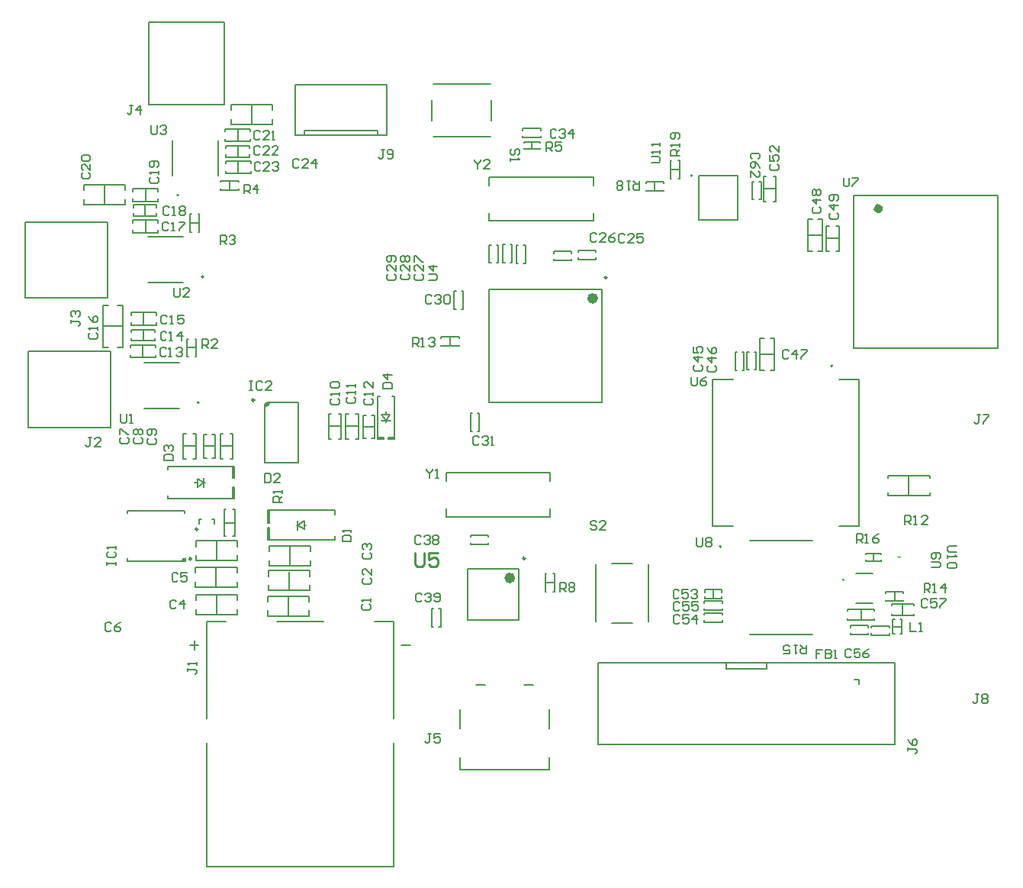
<source format=gto>
G04*
G04 #@! TF.GenerationSoftware,Altium Limited,Altium Designer,24.10.1 (45)*
G04*
G04 Layer_Color=65535*
%FSLAX25Y25*%
%MOIN*%
G70*
G04*
G04 #@! TF.SameCoordinates,5AC42D03-02A1-48EB-AEC6-02F924EB4CEF*
G04*
G04*
G04 #@! TF.FilePolarity,Positive*
G04*
G01*
G75*
%ADD10C,0.00984*%
%ADD11C,0.02362*%
%ADD12C,0.00000*%
%ADD13C,0.00600*%
%ADD14C,0.00787*%
%ADD15C,0.03200*%
%ADD16C,0.00591*%
%ADD17C,0.00800*%
%ADD18C,0.00500*%
%ADD19C,0.01000*%
%ADD20C,0.00602*%
G36*
X56595Y88760D02*
X55020D01*
Y89153D01*
X56201Y90335D01*
X56595D01*
X56595Y88760D01*
D02*
G37*
G36*
X92027Y157973D02*
X93209Y158268D01*
Y157677D01*
X92027Y156496D01*
X91240D01*
X92027Y157973D01*
D02*
G37*
D10*
X204921Y90158D02*
G03*
X204921Y90158I-492J0D01*
G01*
X240650Y212697D02*
G03*
X240650Y212697I-492J0D01*
G01*
X86614Y159252D02*
G03*
X86614Y159252I-492J0D01*
G01*
X61910Y102854D02*
G03*
X61910Y102854I-492J0D01*
G01*
X59055Y89941D02*
G03*
X59055Y89941I-492J0D01*
G01*
D11*
X199409Y81595D02*
G03*
X199409Y81595I-1181J0D01*
G01*
X235630Y203642D02*
G03*
X235630Y203642I-1181J0D01*
G01*
D12*
X278059Y257283D02*
G03*
X278059Y257283I-500J0D01*
G01*
D13*
X339298Y174120D02*
G03*
X339298Y174120I-400J0D01*
G01*
X344250Y80767D02*
G03*
X343650Y80767I-300J0D01*
G01*
D02*
G03*
X344250Y80767I300J0D01*
G01*
X368718Y90699D02*
G03*
X367718Y90708I-510J-1093D01*
G01*
X286898Y104220D02*
Y168220D01*
Y104220D02*
X295738D01*
X350898D02*
Y168220D01*
X342058D02*
X350898D01*
X286898D02*
X295738D01*
X342058Y104220D02*
X350898D01*
X349350Y83667D02*
X356950D01*
X349350Y70467D02*
X356950D01*
D14*
X290650Y95276D02*
G03*
X290650Y95276I-394J0D01*
G01*
X91437Y156496D02*
G03*
X93209Y158268I0J1772D01*
G01*
X62480Y158150D02*
G03*
X62480Y158150I-394J0D01*
G01*
X64350Y213071D02*
G03*
X64350Y213071I-394J0D01*
G01*
X53622Y248740D02*
G03*
X53622Y248740I-394J0D01*
G01*
X56595Y90335D02*
G03*
X55020Y88760I0J-1575D01*
G01*
X179724Y85532D02*
X202165D01*
X179724Y63090D02*
X202165D01*
Y85532D01*
X179724Y63090D02*
Y85532D01*
X381693Y117717D02*
Y118898D01*
X363583Y117717D02*
X381693D01*
X363583D02*
Y118898D01*
Y125197D02*
Y126378D01*
X381693D01*
Y125197D02*
Y126378D01*
X372638Y117717D02*
Y126378D01*
X215846Y123819D02*
Y127461D01*
Y108366D02*
Y112008D01*
X170374Y108366D02*
Y112008D01*
Y123819D02*
Y127461D01*
Y108366D02*
X215846D01*
X170374Y127461D02*
X215846D01*
X189173Y158366D02*
Y207579D01*
X238386Y158366D02*
Y207579D01*
X189173Y158366D02*
X238386D01*
X189173Y207579D02*
X238386D01*
X236792Y8739D02*
Y44566D01*
Y8739D02*
X366319D01*
Y44566D01*
X236792D02*
X366319D01*
X350768Y35118D02*
Y37087D01*
X348799D02*
X350768D01*
X310413Y42008D02*
Y44566D01*
X292697Y42008D02*
X310413D01*
X292697D02*
Y44566D01*
X92126Y158268D02*
X105807D01*
X91240Y157382D02*
X92126Y158268D01*
X91240Y131890D02*
Y157382D01*
Y156496D02*
X91437D01*
X91240Y131890D02*
X105807D01*
Y158268D01*
X164764Y297228D02*
X189764D01*
X190264Y281228D02*
Y290228D01*
X164264Y281228D02*
Y290228D01*
X164764Y274228D02*
X189764D01*
X-13480Y203750D02*
X22520D01*
X-13480D02*
Y236821D01*
X22520D01*
Y203750D02*
Y236821D01*
X104606Y275024D02*
X144606D01*
X140606D02*
Y277024D01*
X108606D02*
X140606D01*
X108606Y275024D02*
Y277024D01*
X104606Y275024D02*
Y297024D01*
X144606D01*
Y275024D02*
Y297024D01*
X307480Y179232D02*
X313976D01*
X312008Y172146D02*
X313976D01*
Y186319D01*
X312008D02*
X313976D01*
X307480Y172146D02*
X309449D01*
X307480D02*
Y186319D01*
X309449D01*
X328445Y231299D02*
X334941D01*
X332972Y224213D02*
X334941D01*
Y238386D01*
X332972D02*
X334941D01*
X328445Y224213D02*
X330413D01*
X328445D02*
Y238386D01*
X330413D01*
X189272Y256496D02*
X234744D01*
X189272Y237402D02*
X234744D01*
X189272Y252854D02*
Y256496D01*
Y237402D02*
Y241043D01*
X234744Y237402D02*
Y241043D01*
Y252854D02*
Y256496D01*
X85532Y279429D02*
Y288090D01*
X76476Y285728D02*
Y288090D01*
X94587D01*
Y285728D02*
Y288090D01*
X76476Y279429D02*
Y281791D01*
Y279429D02*
X94587D01*
Y281791D01*
X23799Y147332D02*
Y180403D01*
X-12201D02*
X23799D01*
X-12201Y147332D02*
Y180403D01*
Y147332D02*
X23799D01*
X40561Y288209D02*
X73632D01*
Y324209D01*
X40561D02*
X73632D01*
X40561Y288209D02*
Y324209D01*
X20374Y182382D02*
X22736D01*
X20374D02*
Y200492D01*
X22736D01*
X26673Y182382D02*
X29035D01*
Y200492D01*
X26673D02*
X29035D01*
X20374Y191437D02*
X29035D01*
X37992Y185138D02*
Y190059D01*
X32874Y188878D02*
Y190059D01*
X43110D01*
Y188878D02*
Y190059D01*
X32874Y185138D02*
Y186319D01*
Y185138D02*
X43110D01*
Y186319D01*
X12008Y250787D02*
Y253150D01*
X30118D01*
Y250787D02*
Y253150D01*
X12008Y244488D02*
Y246850D01*
Y244488D02*
X30118D01*
Y246850D01*
X21063Y244488D02*
Y253150D01*
X38780Y239567D02*
Y244488D01*
X33661Y243307D02*
Y244488D01*
X43898D01*
Y243307D02*
Y244488D01*
X33661Y239567D02*
Y240748D01*
Y239567D02*
X43898D01*
Y240748D01*
X79331Y265354D02*
Y270276D01*
X74213Y269094D02*
Y270276D01*
X84449D01*
Y269094D02*
Y270276D01*
X74213Y265354D02*
Y266535D01*
Y265354D02*
X84449D01*
Y266535D01*
X215465Y15768D02*
Y24268D01*
X176465Y15768D02*
Y24268D01*
X204465Y34768D02*
X208465D01*
X183465D02*
X187465D01*
X215465Y-2232D02*
Y3268D01*
X176465Y-2232D02*
X215465D01*
X176465D02*
Y3268D01*
X68209Y144291D02*
X69390D01*
Y134055D02*
Y144291D01*
X68209Y134055D02*
X69390D01*
X64468Y144291D02*
X65650D01*
X64468Y134055D02*
Y144291D01*
Y134055D02*
X65650D01*
X64468Y139173D02*
X69390D01*
X137894Y152657D02*
X139075D01*
Y142421D02*
Y152657D01*
X137894Y142421D02*
X139075D01*
X134153Y152657D02*
X135335D01*
X134153Y142421D02*
Y152657D01*
Y142421D02*
X135335D01*
X134153Y147539D02*
X139075D01*
X144193Y153004D02*
Y154185D01*
Y149461D02*
Y150248D01*
X142224Y153004D02*
X145768D01*
X142224D02*
X144193Y150248D01*
X145768Y153004D01*
X142224Y150248D02*
X146161D01*
X77854Y116142D02*
Y121260D01*
X48720Y116142D02*
X77854D01*
X77264Y121260D02*
X77854D01*
X77264Y116142D02*
Y121260D01*
Y125197D02*
Y130315D01*
Y125197D02*
X77854D01*
X48720Y116142D02*
Y117421D01*
X77854Y125197D02*
Y130315D01*
X48720Y129035D02*
Y130315D01*
X77854D01*
X64468Y121260D02*
Y125197D01*
X61713Y124803D02*
X64468Y123228D01*
X61713Y121260D02*
X64468Y123228D01*
X61713Y121260D02*
Y124803D01*
X64468Y123228D02*
X65256D01*
X60532D02*
X61713D01*
X70079Y89468D02*
Y97736D01*
X79134Y89075D02*
Y91437D01*
X61024Y89075D02*
X79134D01*
X61024D02*
Y91437D01*
X79134Y95374D02*
Y97736D01*
X61024D02*
X79134D01*
X61024Y95374D02*
Y97736D01*
X69980Y77854D02*
Y86122D01*
X79035Y77461D02*
Y79823D01*
X60925Y77461D02*
X79035D01*
X60925D02*
Y79823D01*
X79035Y83760D02*
Y86122D01*
X60925D02*
X79035D01*
X60925Y83760D02*
Y86122D01*
X70079Y65945D02*
Y74213D01*
X79134Y65551D02*
Y67913D01*
X61024Y65551D02*
X79134D01*
X61024D02*
Y67913D01*
X79134Y71850D02*
Y74213D01*
X61024D02*
X79134D01*
X61024Y71850D02*
Y74213D01*
X62598Y105118D02*
Y107087D01*
X63583D01*
X69291Y105118D02*
Y107087D01*
X68307D02*
X69291D01*
X92421Y98126D02*
X121685D01*
Y100000D01*
X92421Y98126D02*
Y103626D01*
X121685Y109252D02*
Y111126D01*
X92421Y103626D02*
X93185D01*
Y98126D02*
Y103626D01*
Y105626D02*
Y111126D01*
X92421Y105626D02*
X93185D01*
X92421Y111126D02*
X121685D01*
X92421Y105626D02*
Y111126D01*
X105610Y102657D02*
Y106595D01*
Y104626D02*
X108366Y103051D01*
X105610Y104626D02*
X108366Y106595D01*
Y103051D02*
Y106595D01*
X105217Y104626D02*
X105610D01*
X108366D02*
X109153D01*
X56595Y88760D02*
Y90335D01*
X44035Y88760D02*
X56595D01*
X31004D02*
X44035D01*
X31004D02*
Y90335D01*
Y109843D02*
Y110807D01*
X44035D01*
X56201Y109843D02*
Y110807D01*
X44035D02*
X56201D01*
X56595Y90335D02*
X56595D01*
X102067Y87008D02*
Y95276D01*
X93012Y93307D02*
Y95669D01*
X111122D01*
Y93307D02*
Y95669D01*
X93012Y87008D02*
Y89370D01*
Y87008D02*
X111122D01*
Y89370D01*
X101772Y76083D02*
Y84350D01*
X92716Y82382D02*
Y84744D01*
X110827D01*
Y82382D02*
Y84744D01*
X92716Y76083D02*
Y78445D01*
Y76083D02*
X110827D01*
Y78445D01*
X101575Y65059D02*
Y73327D01*
X92520Y71358D02*
Y73721D01*
X110630D01*
Y71358D02*
Y73721D01*
X92520Y65059D02*
Y67421D01*
Y65059D02*
X110630D01*
Y67421D01*
X348425Y181791D02*
X411417D01*
X348425Y248721D02*
X411417D01*
X348425Y181791D02*
Y248721D01*
X411417Y181791D02*
Y248721D01*
X235842Y62500D02*
Y87500D01*
X242843Y88000D02*
X251842D01*
X242843Y62000D02*
X251842D01*
X258842Y62500D02*
Y87500D01*
D15*
X359614Y242815D02*
G03*
X359614Y242815I-394J0D01*
G01*
D16*
X261614Y250559D02*
Y254559D01*
X265551Y250559D02*
Y251059D01*
X257677Y250559D02*
X265551D01*
X257677D02*
Y251059D01*
Y254059D02*
Y254559D01*
X265551D01*
Y254059D02*
Y254559D01*
X309055Y256988D02*
X310236D01*
X309055Y245965D02*
Y256988D01*
Y245965D02*
X310236D01*
X313386D02*
X314567D01*
Y256988D01*
X313386D02*
X314567D01*
X309055Y251476D02*
X314567D01*
X268374Y259941D02*
X272374D01*
X268374Y256004D02*
X268874D01*
X268374D02*
Y263878D01*
X268874D01*
X271874D02*
X272374D01*
Y256004D02*
Y263878D01*
X271874Y256004D02*
X272374D01*
X304134Y254626D02*
X304921D01*
X304134Y246752D02*
Y254626D01*
Y246752D02*
X304921D01*
X307283D02*
X308071D01*
Y254626D01*
X307283D02*
X308071D01*
X188976Y99410D02*
Y100197D01*
X181102D02*
X188976D01*
X181102Y99410D02*
Y100197D01*
Y96260D02*
Y97047D01*
Y96260D02*
X188976D01*
Y97047D01*
X164075Y68209D02*
X164862D01*
X164075Y60335D02*
Y68209D01*
Y60335D02*
X164862D01*
X167224D02*
X168012D01*
Y68209D01*
X167224D02*
X168012D01*
X175984Y186244D02*
Y186744D01*
X168110D02*
X175984D01*
X168110Y186244D02*
Y186744D01*
Y182744D02*
Y183244D01*
Y182744D02*
X175984D01*
Y183244D01*
X172047Y182744D02*
Y186744D01*
X44587Y250295D02*
Y251476D01*
X33563D02*
X44587D01*
X33563Y250295D02*
Y251476D01*
Y245965D02*
Y247146D01*
Y245965D02*
X44587D01*
Y247146D01*
X39075Y245965D02*
Y251476D01*
X305118Y180315D02*
X305906D01*
Y172441D02*
Y180315D01*
X305118Y172441D02*
X305906D01*
X301969D02*
X302756D01*
X301969D02*
Y180315D01*
X302756D01*
X299803Y180217D02*
X300590D01*
Y172343D02*
Y180217D01*
X299803Y172343D02*
X300590D01*
X296654D02*
X297441D01*
X296654D02*
Y180217D01*
X297441D01*
X336516Y235335D02*
X337697D01*
X336516Y224311D02*
Y235335D01*
Y224311D02*
X337697D01*
X340846D02*
X342028D01*
Y235335D01*
X340846D02*
X342028D01*
X336516Y229823D02*
X342028D01*
X365256Y65354D02*
Y66043D01*
Y65354D02*
X374705D01*
Y66043D01*
Y69587D02*
Y70276D01*
X365256D02*
X374705D01*
X365256Y69587D02*
Y70276D01*
X369980Y65354D02*
Y70276D01*
X357283Y89075D02*
Y92224D01*
X353937Y89043D02*
Y89543D01*
Y89043D02*
X360630D01*
Y89543D01*
Y91756D02*
Y92256D01*
X353937D02*
X360630D01*
X353937Y91756D02*
Y92256D01*
X366339Y71524D02*
Y75524D01*
X362402Y75024D02*
Y75524D01*
X370276D01*
Y75024D02*
Y75524D01*
Y71524D02*
Y72024D01*
X362402Y71524D02*
X370276D01*
X362402D02*
Y72024D01*
X365551Y57185D02*
X366339D01*
X365551D02*
Y63484D01*
X366339D01*
X368701Y57185D02*
X369488D01*
Y63484D01*
X368701D02*
X369488D01*
X365551Y60335D02*
X369488D01*
X364016Y56693D02*
Y57480D01*
X356142Y56693D02*
X364016D01*
X356142D02*
Y57480D01*
Y59843D02*
Y60630D01*
X364016D01*
Y59843D02*
Y60630D01*
X354961Y56791D02*
Y57579D01*
X347087Y56791D02*
X354961D01*
X347087D02*
Y57579D01*
Y59941D02*
Y60728D01*
X354961D01*
Y59941D02*
Y60728D01*
X351673Y63189D02*
Y67913D01*
X345768D02*
X357579D01*
Y67158D02*
Y67913D01*
X345768Y67158D02*
Y67913D01*
Y63189D02*
Y63945D01*
Y63189D02*
X357579D01*
Y63945D01*
X283563Y72539D02*
Y73721D01*
Y72539D02*
X290650D01*
Y73721D01*
X283563Y75295D02*
Y76476D01*
X290650D01*
Y75295D02*
Y76476D01*
X287106Y72539D02*
Y76476D01*
X283268Y70669D02*
Y71457D01*
X291142D01*
Y70669D02*
Y71457D01*
Y67520D02*
Y68307D01*
X283268Y67520D02*
X291142D01*
X283268D02*
Y68307D01*
Y65453D02*
Y66240D01*
X291142D01*
Y65453D02*
Y66240D01*
Y62303D02*
Y63090D01*
X283268Y62303D02*
X291142D01*
X283268D02*
Y63090D01*
X58531Y236516D02*
X62532D01*
X58531Y232579D02*
X59031D01*
X58531D02*
Y240453D01*
X59031D01*
X62032D02*
X62532D01*
Y232579D02*
Y240453D01*
X62032Y232579D02*
X62532D01*
X75886Y251051D02*
Y255051D01*
X71949Y254551D02*
Y255051D01*
X79823D01*
Y254551D02*
Y255051D01*
Y251051D02*
Y251551D01*
X71949Y251051D02*
X79823D01*
X71949D02*
Y251551D01*
X79626Y258071D02*
Y263583D01*
X85138Y258071D02*
Y259252D01*
X74114Y258071D02*
X85138D01*
X74114D02*
Y259252D01*
Y262402D02*
Y263583D01*
X85138D01*
Y262402D02*
Y263583D01*
X43406Y182087D02*
Y183268D01*
X32382D02*
X43406D01*
X32382Y182087D02*
Y183268D01*
Y177756D02*
Y178937D01*
Y177756D02*
X43406D01*
Y178937D01*
X37894Y177756D02*
Y183268D01*
X43799Y196260D02*
Y197441D01*
X32776D02*
X43799D01*
X32776Y196260D02*
Y197441D01*
Y191929D02*
Y193110D01*
Y191929D02*
X43799D01*
Y193110D01*
X38287Y191929D02*
Y197441D01*
X44587Y236713D02*
Y237894D01*
X33563D02*
X44587D01*
X33563Y236713D02*
Y237894D01*
Y232382D02*
Y233563D01*
Y232382D02*
X44587D01*
Y233563D01*
X39075Y232382D02*
Y237894D01*
X84941Y276476D02*
Y277658D01*
X73917D02*
X84941D01*
X73917Y276476D02*
Y277658D01*
Y272146D02*
Y273327D01*
Y272146D02*
X84941D01*
Y273327D01*
X79429Y272146D02*
Y277658D01*
X181004Y145571D02*
X181791D01*
X181004D02*
Y153445D01*
X181791D01*
X184153D02*
X184941D01*
Y145571D02*
Y153445D01*
X184153Y145571D02*
X184941D01*
X177067Y206791D02*
X177854D01*
Y198917D02*
Y206791D01*
X177067Y198917D02*
X177854D01*
X173917D02*
X174705D01*
X173917D02*
Y206791D01*
X174705D01*
X192421Y226969D02*
X193209D01*
Y219094D02*
Y226969D01*
X192421Y219094D02*
X193209D01*
X189272D02*
X190059D01*
X189272D02*
Y226969D01*
X190059D01*
X198425Y227126D02*
X199213D01*
Y219252D02*
Y227126D01*
X198425Y219252D02*
X199213D01*
X195276D02*
X196063D01*
X195276D02*
Y227126D01*
X196063D01*
X204232Y226870D02*
X205020D01*
Y218996D02*
Y226870D01*
X204232Y218996D02*
X205020D01*
X201083D02*
X201870D01*
X201083D02*
Y226870D01*
X201870D01*
X225197Y220177D02*
Y220965D01*
X217323Y220177D02*
X225197D01*
X217323D02*
Y220965D01*
Y223327D02*
Y224114D01*
X225197D01*
Y223327D02*
Y224114D01*
X235886Y220669D02*
Y221457D01*
X228012Y220669D02*
X235886D01*
X228012D02*
Y221457D01*
Y223819D02*
Y224606D01*
X235886D01*
Y223819D02*
Y224606D01*
X207972Y268799D02*
Y271949D01*
X211319Y271480D02*
Y271980D01*
X204626D02*
X211319D01*
X204626Y271480D02*
Y271980D01*
Y268768D02*
Y269268D01*
Y268768D02*
X211319D01*
Y269268D01*
X211752Y273819D02*
Y274606D01*
X203878Y273819D02*
X211752D01*
X203878D02*
Y274606D01*
Y276969D02*
Y277756D01*
X211752D01*
Y276969D02*
Y277756D01*
X213650Y79626D02*
X217650D01*
X217150Y83563D02*
X217650D01*
Y75689D02*
Y83563D01*
X217150Y75689D02*
X217650D01*
X213650D02*
X214150D01*
X213650D02*
Y83563D01*
X214150D01*
X57153Y182087D02*
X61154D01*
X57153Y178150D02*
X57653D01*
X57153D02*
Y186024D01*
X57653D01*
X60654D02*
X61154D01*
Y178150D02*
Y186024D01*
X60654Y178150D02*
X61154D01*
X55610Y139173D02*
X61122D01*
X59941Y144685D02*
X61122D01*
Y133661D02*
Y144685D01*
X59941Y133661D02*
X61122D01*
X55610D02*
X56791D01*
X55610D02*
Y144685D01*
X56791D01*
X126476Y147835D02*
X131988D01*
X130807Y153347D02*
X131988D01*
Y142323D02*
Y153347D01*
X130807Y142323D02*
X131988D01*
X126476D02*
X127657D01*
X126476D02*
Y153347D01*
X127657D01*
X118996Y147835D02*
X124508D01*
X123327Y153347D02*
X124508D01*
Y142323D02*
Y153347D01*
X123327Y142323D02*
X124508D01*
X118996D02*
X120177D01*
X118996D02*
Y153347D01*
X120177D01*
X146850Y160878D02*
X147799D01*
Y142823D02*
Y160878D01*
Y142323D02*
Y142823D01*
X145193Y142323D02*
X147799D01*
X145193D02*
Y142823D01*
X147799D01*
X140587D02*
X143193D01*
Y142323D02*
Y142823D01*
X140587Y142323D02*
X143193D01*
X140587D02*
Y142823D01*
Y160878D01*
X141535D01*
X71653Y139173D02*
X77165D01*
X75984Y144685D02*
X77165D01*
Y133661D02*
Y144685D01*
X75984Y133661D02*
X77165D01*
X71653D02*
X72835D01*
X71653D02*
Y144685D01*
X72835D01*
X73327Y105709D02*
X78051D01*
X73327Y99803D02*
Y111614D01*
X74083D01*
X73327Y99803D02*
X74083D01*
X77295D02*
X78051D01*
Y111614D01*
X77295D02*
X78051D01*
D17*
X280906Y237776D02*
Y257106D01*
X297835D01*
X280906Y237776D02*
X297835D01*
Y257106D01*
D18*
X303091Y56890D02*
X330571D01*
X303091Y97835D02*
X330571D01*
X58366Y52165D02*
X62303D01*
X60335Y50197D02*
Y54134D01*
X150886Y52165D02*
X154823D01*
X96358Y62402D02*
X116831D01*
X147539Y-44291D02*
Y9449D01*
X65650Y-44291D02*
X147539D01*
X65650D02*
Y9449D01*
X139075Y62402D02*
X147539D01*
Y20276D02*
Y62402D01*
X65650Y20276D02*
Y62402D01*
X74114D01*
X38386Y155709D02*
X53740D01*
X38386Y175591D02*
X53740D01*
X40256Y210630D02*
X55610D01*
X40256Y230512D02*
X55610D01*
X50787Y257087D02*
Y272441D01*
X70669Y257087D02*
Y272441D01*
D19*
X156813Y92566D02*
Y87568D01*
X157812Y86568D01*
X159812D01*
X160811Y87568D01*
Y92566D01*
X166809D02*
X162811D01*
Y89567D01*
X164810Y90567D01*
X165810D01*
X166809Y89567D01*
Y87568D01*
X165810Y86568D01*
X163810D01*
X162811Y87568D01*
D20*
X312468Y262337D02*
X311812Y261681D01*
Y260369D01*
X312468Y259713D01*
X315091D01*
X315747Y260369D01*
Y261681D01*
X315091Y262337D01*
X311812Y266272D02*
Y263649D01*
X313779D01*
X313124Y264961D01*
Y265617D01*
X313779Y266272D01*
X315091D01*
X315747Y265617D01*
Y264305D01*
X315091Y263649D01*
X315747Y270208D02*
Y267584D01*
X313124Y270208D01*
X312468D01*
X311812Y269552D01*
Y268240D01*
X312468Y267584D01*
X182933Y264124D02*
Y263468D01*
X184245Y262156D01*
X185557Y263468D01*
Y264124D01*
X184245Y262156D02*
Y260188D01*
X189493D02*
X186869D01*
X189493Y262812D01*
Y263468D01*
X188837Y264124D01*
X187525D01*
X186869Y263468D01*
X161746Y129330D02*
Y128674D01*
X163058Y127362D01*
X164370Y128674D01*
Y129330D01*
X163058Y127362D02*
Y125394D01*
X165682D02*
X166994D01*
X166338D01*
Y129330D01*
X165682Y128674D01*
X260040Y262912D02*
X263320D01*
X263976Y263567D01*
Y264879D01*
X263320Y265535D01*
X260040D01*
X263976Y266847D02*
Y268159D01*
Y267503D01*
X260040D01*
X260696Y266847D01*
X263976Y270127D02*
Y271439D01*
Y270783D01*
X260040D01*
X260696Y270127D01*
X393405Y95569D02*
X390125D01*
X389469Y94913D01*
Y93601D01*
X390125Y92945D01*
X393405D01*
X389469Y91633D02*
Y90322D01*
Y90978D01*
X393405D01*
X392749Y91633D01*
Y88354D02*
X393405Y87698D01*
Y86386D01*
X392749Y85730D01*
X390125D01*
X389469Y86386D01*
Y87698D01*
X390125Y88354D01*
X392749D01*
X382579Y86090D02*
X385859D01*
X386515Y86746D01*
Y88058D01*
X385859Y88714D01*
X382579D01*
X385859Y90026D02*
X386515Y90682D01*
Y91994D01*
X385859Y92650D01*
X383235D01*
X382579Y91994D01*
Y90682D01*
X383235Y90026D01*
X383891D01*
X384547Y90682D01*
Y92650D01*
X279889Y99114D02*
Y95834D01*
X280545Y95178D01*
X281857D01*
X282513Y95834D01*
Y99114D01*
X283825Y98458D02*
X284481Y99114D01*
X285793D01*
X286449Y98458D01*
Y97802D01*
X285793Y97146D01*
X286449Y96490D01*
Y95834D01*
X285793Y95178D01*
X284481D01*
X283825Y95834D01*
Y96490D01*
X284481Y97146D01*
X283825Y97802D01*
Y98458D01*
X284481Y97146D02*
X285793D01*
X344000Y256336D02*
Y253056D01*
X344656Y252400D01*
X345968D01*
X346624Y253056D01*
Y256336D01*
X347936D02*
X350560D01*
Y255680D01*
X347936Y253056D01*
Y252400D01*
X277429Y169389D02*
Y166109D01*
X278085Y165453D01*
X279397D01*
X280053Y166109D01*
Y169389D01*
X283988D02*
X282677Y168733D01*
X281365Y167421D01*
Y166109D01*
X282021Y165453D01*
X283332D01*
X283988Y166109D01*
Y166765D01*
X283332Y167421D01*
X281365D01*
X162698Y211681D02*
X165977D01*
X166633Y212337D01*
Y213649D01*
X165977Y214305D01*
X162698D01*
X166633Y217584D02*
X162698D01*
X164665Y215617D01*
Y218240D01*
X41504Y279330D02*
Y276050D01*
X42160Y275394D01*
X43472D01*
X44128Y276050D01*
Y279330D01*
X45439Y278674D02*
X46095Y279330D01*
X47407D01*
X48063Y278674D01*
Y278018D01*
X47407Y277362D01*
X46751D01*
X47407D01*
X48063Y276706D01*
Y276050D01*
X47407Y275394D01*
X46095D01*
X45439Y276050D01*
X51641Y208070D02*
Y204790D01*
X52297Y204134D01*
X53609D01*
X54265Y204790D01*
Y208070D01*
X58201Y204134D02*
X55577D01*
X58201Y206758D01*
Y207414D01*
X57545Y208070D01*
X56233D01*
X55577Y207414D01*
X28085Y153247D02*
Y149968D01*
X28741Y149312D01*
X30053D01*
X30709Y149968D01*
Y153247D01*
X32021Y149312D02*
X33332D01*
X32677D01*
Y153247D01*
X32021Y152592D01*
X236127Y105777D02*
X235471Y106433D01*
X234159D01*
X233503Y105777D01*
Y105121D01*
X234159Y104465D01*
X235471D01*
X236127Y103809D01*
Y103153D01*
X235471Y102497D01*
X234159D01*
X233503Y103153D01*
X240063Y102497D02*
X237439D01*
X240063Y105121D01*
Y105777D01*
X239407Y106433D01*
X238095D01*
X237439Y105777D01*
X201804Y266339D02*
X202460Y266995D01*
Y268306D01*
X201804Y268962D01*
X201148D01*
X200492Y268306D01*
Y266995D01*
X199836Y266339D01*
X199180D01*
X198524Y266995D01*
Y268306D01*
X199180Y268962D01*
X198524Y265027D02*
Y263715D01*
Y264371D01*
X202460D01*
X201804Y265027D01*
X272342Y265947D02*
X268406D01*
Y267914D01*
X269062Y268570D01*
X270374D01*
X271030Y267914D01*
Y265947D01*
Y267258D02*
X272342Y268570D01*
Y269882D02*
Y271194D01*
Y270538D01*
X268406D01*
X269062Y269882D01*
X271686Y273162D02*
X272342Y273818D01*
Y275130D01*
X271686Y275786D01*
X269062D01*
X268406Y275130D01*
Y273818D01*
X269062Y273162D01*
X269718D01*
X270374Y273818D01*
Y275786D01*
X254821Y254822D02*
Y250887D01*
X252853D01*
X252197Y251542D01*
Y252854D01*
X252853Y253510D01*
X254821D01*
X253509D02*
X252197Y254822D01*
X250886D02*
X249574D01*
X250230D01*
Y250887D01*
X250886Y251542D01*
X247606D02*
X246950Y250887D01*
X245638D01*
X244982Y251542D01*
Y252198D01*
X245638Y252854D01*
X244982Y253510D01*
Y254166D01*
X245638Y254822D01*
X246950D01*
X247606Y254166D01*
Y253510D01*
X246950Y252854D01*
X247606Y252198D01*
Y251542D01*
X246950Y252854D02*
X245638D01*
X349706Y96851D02*
Y100787D01*
X351674D01*
X352330Y100131D01*
Y98819D01*
X351674Y98163D01*
X349706D01*
X351018D02*
X352330Y96851D01*
X353642D02*
X354954D01*
X354298D01*
Y100787D01*
X353642Y100131D01*
X359546Y100787D02*
X358234Y100131D01*
X356922Y98819D01*
Y97507D01*
X357578Y96851D01*
X358890D01*
X359546Y97507D01*
Y98163D01*
X358890Y98819D01*
X356922D01*
X327754Y52362D02*
Y48426D01*
X325786D01*
X325131Y49082D01*
Y50394D01*
X325786Y51050D01*
X327754D01*
X326442D02*
X325131Y52362D01*
X323819D02*
X322507D01*
X323163D01*
Y48426D01*
X323819Y49082D01*
X317915Y48426D02*
X320539D01*
Y50394D01*
X319227Y49738D01*
X318571D01*
X317915Y50394D01*
Y51706D01*
X318571Y52362D01*
X319883D01*
X320539Y51706D01*
X379332Y75197D02*
Y79133D01*
X381300D01*
X381956Y78477D01*
Y77165D01*
X381300Y76509D01*
X379332D01*
X380644D02*
X381956Y75197D01*
X383268D02*
X384580D01*
X383924D01*
Y79133D01*
X383268Y78477D01*
X388516Y75197D02*
Y79133D01*
X386548Y77165D01*
X389172D01*
X155710Y182678D02*
Y186614D01*
X157678D01*
X158334Y185958D01*
Y184646D01*
X157678Y183990D01*
X155710D01*
X157022D02*
X158334Y182678D01*
X159646D02*
X160958D01*
X160302D01*
Y186614D01*
X159646Y185958D01*
X162926D02*
X163582Y186614D01*
X164894D01*
X165550Y185958D01*
Y185302D01*
X164894Y184646D01*
X164238D01*
X164894D01*
X165550Y183990D01*
Y183334D01*
X164894Y182678D01*
X163582D01*
X162926Y183334D01*
X370966Y104922D02*
Y108858D01*
X372934D01*
X373590Y108202D01*
Y106890D01*
X372934Y106234D01*
X370966D01*
X372278D02*
X373590Y104922D01*
X374902D02*
X376214D01*
X375558D01*
Y108858D01*
X374902Y108202D01*
X380805Y104922D02*
X378182D01*
X380805Y107546D01*
Y108202D01*
X380150Y108858D01*
X378838D01*
X378182Y108202D01*
X220047Y75690D02*
Y79625D01*
X222015D01*
X222671Y78969D01*
Y77658D01*
X222015Y77002D01*
X220047D01*
X221359D02*
X222671Y75690D01*
X223983Y78969D02*
X224639Y79625D01*
X225951D01*
X226607Y78969D01*
Y78313D01*
X225951Y77658D01*
X226607Y77002D01*
Y76346D01*
X225951Y75690D01*
X224639D01*
X223983Y76346D01*
Y77002D01*
X224639Y77658D01*
X223983Y78313D01*
Y78969D01*
X224639Y77658D02*
X225951D01*
X214240Y267914D02*
Y271850D01*
X216208D01*
X216864Y271194D01*
Y269882D01*
X216208Y269226D01*
X214240D01*
X215552D02*
X216864Y267914D01*
X220799Y271850D02*
X218176D01*
Y269882D01*
X219488Y270538D01*
X220144D01*
X220799Y269882D01*
Y268570D01*
X220144Y267914D01*
X218832D01*
X218176Y268570D01*
X82055Y249410D02*
Y253346D01*
X84023D01*
X84679Y252690D01*
Y251378D01*
X84023Y250722D01*
X82055D01*
X83367D02*
X84679Y249410D01*
X87959D02*
Y253346D01*
X85991Y251378D01*
X88614D01*
X71720Y227166D02*
Y231102D01*
X73688D01*
X74344Y230446D01*
Y229134D01*
X73688Y228478D01*
X71720D01*
X73032D02*
X74344Y227166D01*
X75656Y230446D02*
X76312Y231102D01*
X77624D01*
X78280Y230446D01*
Y229790D01*
X77624Y229134D01*
X76968D01*
X77624D01*
X78280Y228478D01*
Y227822D01*
X77624Y227166D01*
X76312D01*
X75656Y227822D01*
X63945Y181989D02*
Y185925D01*
X65912D01*
X66568Y185269D01*
Y183957D01*
X65912Y183301D01*
X63945D01*
X65257D02*
X66568Y181989D01*
X70504D02*
X67880D01*
X70504Y184613D01*
Y185269D01*
X69848Y185925D01*
X68536D01*
X67880Y185269D01*
X98720Y114502D02*
X94784D01*
Y116470D01*
X95440Y117126D01*
X96752D01*
X97408Y116470D01*
Y114502D01*
Y115814D02*
X98720Y117126D01*
Y118438D02*
Y119750D01*
Y119094D01*
X94784D01*
X95440Y118438D01*
X373262Y62303D02*
Y58367D01*
X375886D01*
X377198D02*
X378510D01*
X377854D01*
Y62303D01*
X377198Y61647D01*
X143340Y268503D02*
X142028D01*
X142684D01*
Y265224D01*
X142028Y264568D01*
X141372D01*
X140716Y265224D01*
X144652D02*
X145308Y264568D01*
X146620D01*
X147276Y265224D01*
Y267847D01*
X146620Y268503D01*
X145308D01*
X144652Y267847D01*
Y267191D01*
X145308Y266535D01*
X147276D01*
X403183Y30806D02*
X401871D01*
X402527D01*
Y27527D01*
X401871Y26871D01*
X401215D01*
X400559Y27527D01*
X404494Y30150D02*
X405151Y30806D01*
X406462D01*
X407118Y30150D01*
Y29495D01*
X406462Y28839D01*
X407118Y28183D01*
Y27527D01*
X406462Y26871D01*
X405151D01*
X404494Y27527D01*
Y28183D01*
X405151Y28839D01*
X404494Y29495D01*
Y30150D01*
X405151Y28839D02*
X406462D01*
X403675Y152755D02*
X402363D01*
X403019D01*
Y149476D01*
X402363Y148819D01*
X401707D01*
X401051Y149476D01*
X404987Y152755D02*
X407611D01*
Y152099D01*
X404987Y149476D01*
Y148819D01*
X372048Y7415D02*
Y6103D01*
Y6759D01*
X375328D01*
X375984Y6103D01*
Y5447D01*
X375328Y4791D01*
X372048Y11351D02*
X372704Y10039D01*
X374016Y8727D01*
X375328D01*
X375984Y9383D01*
Y10695D01*
X375328Y11351D01*
X374672D01*
X374016Y10695D01*
Y8727D01*
X163813Y13503D02*
X162501D01*
X163157D01*
Y10223D01*
X162501Y9568D01*
X161845D01*
X161189Y10223D01*
X167748Y13503D02*
X165124D01*
Y11535D01*
X166436Y12191D01*
X167092D01*
X167748Y11535D01*
Y10223D01*
X167092Y9568D01*
X165780D01*
X165124Y10223D01*
X33617Y287795D02*
X32305D01*
X32961D01*
Y284515D01*
X32305Y283859D01*
X31649D01*
X30993Y284515D01*
X36896Y283859D02*
Y287795D01*
X34928Y285827D01*
X37552D01*
X6595Y194325D02*
Y193013D01*
Y193669D01*
X9875D01*
X10531Y193013D01*
Y192357D01*
X9875Y191701D01*
X7251Y195637D02*
X6595Y196293D01*
Y197605D01*
X7251Y198261D01*
X7907D01*
X8563Y197605D01*
Y196949D01*
Y197605D01*
X9219Y198261D01*
X9875D01*
X10531Y197605D01*
Y196293D01*
X9875Y195637D01*
X15387Y142814D02*
X14075D01*
X14731D01*
Y139535D01*
X14075Y138879D01*
X13419D01*
X12764Y139535D01*
X19323Y138879D02*
X16699D01*
X19323Y141502D01*
Y142158D01*
X18667Y142814D01*
X17355D01*
X16699Y142158D01*
X57627Y42264D02*
Y40952D01*
Y41608D01*
X60906D01*
X61562Y40952D01*
Y40296D01*
X60906Y39640D01*
X61562Y43576D02*
Y44888D01*
Y44232D01*
X57627D01*
X58283Y43576D01*
X84352Y167421D02*
X85664D01*
X85008D01*
Y163485D01*
X84352D01*
X85664D01*
X90256Y166765D02*
X89600Y167421D01*
X88288D01*
X87632Y166765D01*
Y164141D01*
X88288Y163485D01*
X89600D01*
X90256Y164141D01*
X94191Y163485D02*
X91567D01*
X94191Y166109D01*
Y166765D01*
X93535Y167421D01*
X92224D01*
X91567Y166765D01*
X22048Y87154D02*
Y88465D01*
Y87810D01*
X25984D01*
Y87154D01*
Y88465D01*
X22704Y93057D02*
X22048Y92401D01*
Y91089D01*
X22704Y90433D01*
X25328D01*
X25984Y91089D01*
Y92401D01*
X25328Y93057D01*
X25984Y94369D02*
Y95681D01*
Y95025D01*
X22048D01*
X22704Y94369D01*
X334745Y50393D02*
X332121D01*
Y48425D01*
X333433D01*
X332121D01*
Y46457D01*
X336057Y50393D02*
Y46457D01*
X338024D01*
X338681Y47113D01*
Y47769D01*
X338024Y48425D01*
X336057D01*
X338024D01*
X338681Y49081D01*
Y49737D01*
X338024Y50393D01*
X336057D01*
X339992Y46457D02*
X341304D01*
X340648D01*
Y50393D01*
X339992Y49737D01*
X142717Y164390D02*
X146653D01*
Y166357D01*
X145997Y167013D01*
X143373D01*
X142717Y166357D01*
Y164390D01*
X146653Y170293D02*
X142717D01*
X144685Y168325D01*
Y170949D01*
X47245Y132842D02*
X51180D01*
Y134810D01*
X50524Y135466D01*
X47901D01*
X47245Y134810D01*
Y132842D01*
X47901Y136778D02*
X47245Y137434D01*
Y138746D01*
X47901Y139402D01*
X48557D01*
X49213Y138746D01*
Y138090D01*
Y138746D01*
X49869Y139402D01*
X50524D01*
X51180Y138746D01*
Y137434D01*
X50524Y136778D01*
X91307Y127165D02*
Y123229D01*
X93275D01*
X93931Y123885D01*
Y126509D01*
X93275Y127165D01*
X91307D01*
X97866Y123229D02*
X95243D01*
X97866Y125853D01*
Y126509D01*
X97210Y127165D01*
X95898D01*
X95243Y126509D01*
X125001Y97475D02*
X128936D01*
Y99442D01*
X128280Y100098D01*
X125657D01*
X125001Y99442D01*
Y97475D01*
X128936Y101410D02*
Y102722D01*
Y102066D01*
X125001D01*
X125657Y101410D01*
X306922Y264435D02*
X307578Y265091D01*
Y266403D01*
X306922Y267059D01*
X304298D01*
X303642Y266403D01*
Y265091D01*
X304298Y264435D01*
X307578Y260499D02*
X306922Y261811D01*
X305610Y263123D01*
X304298D01*
X303642Y262467D01*
Y261155D01*
X304298Y260499D01*
X304954D01*
X305610Y261155D01*
Y263123D01*
X303642Y256563D02*
Y259187D01*
X306266Y256563D01*
X306922D01*
X307578Y257219D01*
Y258531D01*
X306922Y259187D01*
X380841Y71784D02*
X380185Y72440D01*
X378873D01*
X378217Y71784D01*
Y69160D01*
X378873Y68505D01*
X380185D01*
X380841Y69160D01*
X384776Y72440D02*
X382153D01*
Y70472D01*
X383465Y71128D01*
X384120D01*
X384776Y70472D01*
Y69160D01*
X384120Y68505D01*
X382809D01*
X382153Y69160D01*
X386088Y72440D02*
X388712D01*
Y71784D01*
X386088Y69160D01*
Y68505D01*
X347376Y50032D02*
X346720Y50688D01*
X345408D01*
X344752Y50032D01*
Y47409D01*
X345408Y46753D01*
X346720D01*
X347376Y47409D01*
X351312Y50688D02*
X348688D01*
Y48720D01*
X350000Y49376D01*
X350656D01*
X351312Y48720D01*
Y47409D01*
X350656Y46753D01*
X349344D01*
X348688Y47409D01*
X355248Y50688D02*
X353936Y50032D01*
X352624Y48720D01*
Y47409D01*
X353280Y46753D01*
X354592D01*
X355248Y47409D01*
Y48065D01*
X354592Y48720D01*
X352624D01*
X272475Y70406D02*
X271819Y71062D01*
X270507D01*
X269851Y70406D01*
Y67783D01*
X270507Y67127D01*
X271819D01*
X272475Y67783D01*
X276410Y71062D02*
X273786D01*
Y69095D01*
X275098Y69750D01*
X275754D01*
X276410Y69095D01*
Y67783D01*
X275754Y67127D01*
X274443D01*
X273786Y67783D01*
X280346Y71062D02*
X277722D01*
Y69095D01*
X279034Y69750D01*
X279690D01*
X280346Y69095D01*
Y67783D01*
X279690Y67127D01*
X278378D01*
X277722Y67783D01*
X272475Y64993D02*
X271819Y65649D01*
X270507D01*
X269851Y64993D01*
Y62369D01*
X270507Y61713D01*
X271819D01*
X272475Y62369D01*
X276410Y65649D02*
X273786D01*
Y63681D01*
X275098Y64337D01*
X275754D01*
X276410Y63681D01*
Y62369D01*
X275754Y61713D01*
X274443D01*
X273786Y62369D01*
X279690Y61713D02*
Y65649D01*
X277722Y63681D01*
X280346D01*
X272278Y75918D02*
X271622Y76574D01*
X270310D01*
X269654Y75918D01*
Y73294D01*
X270310Y72638D01*
X271622D01*
X272278Y73294D01*
X276214Y76574D02*
X273590D01*
Y74606D01*
X274902Y75262D01*
X275557D01*
X276214Y74606D01*
Y73294D01*
X275557Y72638D01*
X274246D01*
X273590Y73294D01*
X277525Y75918D02*
X278181Y76574D01*
X279493D01*
X280149Y75918D01*
Y75262D01*
X279493Y74606D01*
X278837D01*
X279493D01*
X280149Y73950D01*
Y73294D01*
X279493Y72638D01*
X278181D01*
X277525Y73294D01*
X338452Y240880D02*
X337796Y240224D01*
Y238912D01*
X338452Y238256D01*
X341076D01*
X341732Y238912D01*
Y240224D01*
X341076Y240880D01*
X341732Y244160D02*
X337796D01*
X339764Y242192D01*
Y244816D01*
X341076Y246128D02*
X341732Y246784D01*
Y248096D01*
X341076Y248752D01*
X338452D01*
X337796Y248096D01*
Y246784D01*
X338452Y246128D01*
X339108D01*
X339764Y246784D01*
Y248752D01*
X330972Y243439D02*
X330316Y242783D01*
Y241471D01*
X330972Y240815D01*
X333595D01*
X334251Y241471D01*
Y242783D01*
X333595Y243439D01*
X334251Y246719D02*
X330316D01*
X332283Y244751D01*
Y247375D01*
X330972Y248687D02*
X330316Y249343D01*
Y250655D01*
X330972Y251311D01*
X331627D01*
X332283Y250655D01*
X332939Y251311D01*
X333595D01*
X334251Y250655D01*
Y249343D01*
X333595Y248687D01*
X332939D01*
X332283Y249343D01*
X331627Y248687D01*
X330972D01*
X332283Y249343D02*
Y250655D01*
X320211Y180446D02*
X319555Y181102D01*
X318243D01*
X317587Y180446D01*
Y177822D01*
X318243Y177166D01*
X319555D01*
X320211Y177822D01*
X323491Y177166D02*
Y181102D01*
X321523Y179134D01*
X324147D01*
X325459Y181102D02*
X328082D01*
Y180446D01*
X325459Y177822D01*
Y177166D01*
X285105Y174246D02*
X284449Y173590D01*
Y172278D01*
X285105Y171622D01*
X287729D01*
X288385Y172278D01*
Y173590D01*
X287729Y174246D01*
X288385Y177526D02*
X284449D01*
X286417Y175558D01*
Y178182D01*
X284449Y182118D02*
X285105Y180806D01*
X286417Y179494D01*
X287729D01*
X288385Y180150D01*
Y181462D01*
X287729Y182118D01*
X287073D01*
X286417Y181462D01*
Y179494D01*
X279200Y174640D02*
X278544Y173984D01*
Y172672D01*
X279200Y172016D01*
X281824D01*
X282480Y172672D01*
Y173984D01*
X281824Y174640D01*
X282480Y177920D02*
X278544D01*
X280512Y175952D01*
Y178576D01*
X278544Y182511D02*
Y179888D01*
X280512D01*
X279856Y181200D01*
Y181855D01*
X280512Y182511D01*
X281824D01*
X282480Y181855D01*
Y180544D01*
X281824Y179888D01*
X159824Y74380D02*
X159168Y75036D01*
X157856D01*
X157200Y74380D01*
Y71756D01*
X157856Y71100D01*
X159168D01*
X159824Y71756D01*
X161136Y74380D02*
X161792Y75036D01*
X163104D01*
X163760Y74380D01*
Y73724D01*
X163104Y73068D01*
X162448D01*
X163104D01*
X163760Y72412D01*
Y71756D01*
X163104Y71100D01*
X161792D01*
X161136Y71756D01*
X165071D02*
X165727Y71100D01*
X167039D01*
X167695Y71756D01*
Y74380D01*
X167039Y75036D01*
X165727D01*
X165071Y74380D01*
Y73724D01*
X165727Y73068D01*
X167695D01*
X159384Y97015D02*
X158728Y96359D01*
X157416D01*
X156760Y97015D01*
Y99639D01*
X157416Y100295D01*
X158728D01*
X159384Y99639D01*
X160696Y97015D02*
X161352Y96359D01*
X162664D01*
X163320Y97015D01*
Y97671D01*
X162664Y98327D01*
X162008D01*
X162664D01*
X163320Y98983D01*
Y99639D01*
X162664Y100295D01*
X161352D01*
X160696Y99639D01*
X164632Y97015D02*
X165288Y96359D01*
X166600D01*
X167255Y97015D01*
Y97671D01*
X166600Y98327D01*
X167255Y98983D01*
Y99639D01*
X166600Y100295D01*
X165288D01*
X164632Y99639D01*
Y98983D01*
X165288Y98327D01*
X164632Y97671D01*
Y97015D01*
X165288Y98327D02*
X166600D01*
X218616Y276903D02*
X217960Y277558D01*
X216649D01*
X215992Y276903D01*
Y274279D01*
X216649Y273623D01*
X217960D01*
X218616Y274279D01*
X219928Y276903D02*
X220584Y277558D01*
X221896D01*
X222552Y276903D01*
Y276247D01*
X221896Y275590D01*
X221240D01*
X221896D01*
X222552Y274935D01*
Y274279D01*
X221896Y273623D01*
X220584D01*
X219928Y274279D01*
X225832Y273623D02*
Y277558D01*
X223864Y275590D01*
X226488D01*
X184745Y142847D02*
X184089Y143503D01*
X182777D01*
X182121Y142847D01*
Y140224D01*
X182777Y139568D01*
X184089D01*
X184745Y140224D01*
X186057Y142847D02*
X186713Y143503D01*
X188024D01*
X188681Y142847D01*
Y142191D01*
X188024Y141535D01*
X187369D01*
X188024D01*
X188681Y140879D01*
Y140224D01*
X188024Y139568D01*
X186713D01*
X186057Y140224D01*
X189992Y139568D02*
X191304D01*
X190648D01*
Y143503D01*
X189992Y142847D01*
X164207Y204658D02*
X163551Y205314D01*
X162239D01*
X161583Y204658D01*
Y202034D01*
X162239Y201379D01*
X163551D01*
X164207Y202034D01*
X165519Y204658D02*
X166175Y205314D01*
X167487D01*
X168143Y204658D01*
Y204002D01*
X167487Y203346D01*
X166831D01*
X167487D01*
X168143Y202691D01*
Y202034D01*
X167487Y201379D01*
X166175D01*
X165519Y202034D01*
X169455Y204658D02*
X170110Y205314D01*
X171422D01*
X172078Y204658D01*
Y202034D01*
X171422Y201379D01*
X170110D01*
X169455Y202034D01*
Y204658D01*
X145145Y214207D02*
X144489Y213551D01*
Y212239D01*
X145145Y211583D01*
X147769D01*
X148425Y212239D01*
Y213551D01*
X147769Y214207D01*
X148425Y218143D02*
Y215519D01*
X145801Y218143D01*
X145145D01*
X144489Y217487D01*
Y216175D01*
X145145Y215519D01*
X147769Y219455D02*
X148425Y220111D01*
Y221422D01*
X147769Y222078D01*
X145145D01*
X144489Y221422D01*
Y220111D01*
X145145Y219455D01*
X145801D01*
X146457Y220111D01*
Y222078D01*
X151247Y214364D02*
X150591Y213708D01*
Y212397D01*
X151247Y211740D01*
X153871D01*
X154527Y212397D01*
Y213708D01*
X153871Y214364D01*
X154527Y218300D02*
Y215676D01*
X151903Y218300D01*
X151247D01*
X150591Y217644D01*
Y216332D01*
X151247Y215676D01*
Y219612D02*
X150591Y220268D01*
Y221580D01*
X151247Y222236D01*
X151903D01*
X152559Y221580D01*
X153215Y222236D01*
X153871D01*
X154527Y221580D01*
Y220268D01*
X153871Y219612D01*
X153215D01*
X152559Y220268D01*
X151903Y219612D01*
X151247D01*
X152559Y220268D02*
Y221580D01*
X157251Y214207D02*
X156595Y213551D01*
Y212239D01*
X157251Y211583D01*
X159875D01*
X160531Y212239D01*
Y213551D01*
X159875Y214207D01*
X160531Y218143D02*
Y215519D01*
X157907Y218143D01*
X157251D01*
X156595Y217487D01*
Y216175D01*
X157251Y215519D01*
X156595Y219455D02*
Y222078D01*
X157251D01*
X159875Y219455D01*
X160531D01*
X236254Y231430D02*
X235598Y232086D01*
X234286D01*
X233630Y231430D01*
Y228806D01*
X234286Y228150D01*
X235598D01*
X236254Y228806D01*
X240190Y228150D02*
X237566D01*
X240190Y230774D01*
Y231430D01*
X239534Y232086D01*
X238222D01*
X237566Y231430D01*
X244126Y232086D02*
X242814Y231430D01*
X241502Y230118D01*
Y228806D01*
X242158Y228150D01*
X243470D01*
X244126Y228806D01*
Y229462D01*
X243470Y230118D01*
X241502D01*
X248557Y231233D02*
X247901Y231889D01*
X246589D01*
X245933Y231233D01*
Y228609D01*
X246589Y227953D01*
X247901D01*
X248557Y228609D01*
X252493Y227953D02*
X249869D01*
X252493Y230577D01*
Y231233D01*
X251837Y231889D01*
X250525D01*
X249869Y231233D01*
X256429Y231889D02*
X253805D01*
Y229921D01*
X255117Y230577D01*
X255773D01*
X256429Y229921D01*
Y228609D01*
X255773Y227953D01*
X254461D01*
X253805Y228609D01*
X106234Y263910D02*
X105578Y264566D01*
X104267D01*
X103611Y263910D01*
Y261286D01*
X104267Y260631D01*
X105578D01*
X106234Y261286D01*
X110170Y260631D02*
X107546D01*
X110170Y263254D01*
Y263910D01*
X109514Y264566D01*
X108202D01*
X107546Y263910D01*
X113450Y260631D02*
Y264566D01*
X111482Y262598D01*
X114106D01*
X89305Y262532D02*
X88649Y263188D01*
X87337D01*
X86681Y262532D01*
Y259909D01*
X87337Y259253D01*
X88649D01*
X89305Y259909D01*
X93241Y259253D02*
X90617D01*
X93241Y261876D01*
Y262532D01*
X92585Y263188D01*
X91273D01*
X90617Y262532D01*
X94553D02*
X95209Y263188D01*
X96521D01*
X97177Y262532D01*
Y261876D01*
X96521Y261221D01*
X95865D01*
X96521D01*
X97177Y260564D01*
Y259909D01*
X96521Y259253D01*
X95209D01*
X94553Y259909D01*
X89109Y269619D02*
X88453Y270275D01*
X87141D01*
X86485Y269619D01*
Y266995D01*
X87141Y266339D01*
X88453D01*
X89109Y266995D01*
X93044Y266339D02*
X90420D01*
X93044Y268963D01*
Y269619D01*
X92388Y270275D01*
X91076D01*
X90420Y269619D01*
X96980Y266339D02*
X94356D01*
X96980Y268963D01*
Y269619D01*
X96324Y270275D01*
X95012D01*
X94356Y269619D01*
X89075Y276312D02*
X88420Y276968D01*
X87108D01*
X86452Y276312D01*
Y273688D01*
X87108Y273032D01*
X88420D01*
X89075Y273688D01*
X93011Y273032D02*
X90387D01*
X93011Y275656D01*
Y276312D01*
X92355Y276968D01*
X91043D01*
X90387Y276312D01*
X94323Y273032D02*
X95635D01*
X94979D01*
Y276968D01*
X94323Y276312D01*
X11680Y258400D02*
X11024Y257744D01*
Y256432D01*
X11680Y255776D01*
X14304D01*
X14960Y256432D01*
Y257744D01*
X14304Y258400D01*
X14960Y262335D02*
Y259712D01*
X12336Y262335D01*
X11680D01*
X11024Y261680D01*
Y260368D01*
X11680Y259712D01*
Y263647D02*
X11024Y264303D01*
Y265615D01*
X11680Y266271D01*
X14304D01*
X14960Y265615D01*
Y264303D01*
X14304Y263647D01*
X11680D01*
X41405Y256464D02*
X40749Y255808D01*
Y254496D01*
X41405Y253840D01*
X44028D01*
X44684Y254496D01*
Y255808D01*
X44028Y256464D01*
X44684Y257776D02*
Y259088D01*
Y258432D01*
X40749D01*
X41405Y257776D01*
X44028Y261056D02*
X44684Y261712D01*
Y263024D01*
X44028Y263680D01*
X41405D01*
X40749Y263024D01*
Y261712D01*
X41405Y261056D01*
X42061D01*
X42717Y261712D01*
Y263680D01*
X49377Y243339D02*
X48721Y243995D01*
X47409D01*
X46754Y243339D01*
Y240716D01*
X47409Y240060D01*
X48721D01*
X49377Y240716D01*
X50689Y240060D02*
X52001D01*
X51345D01*
Y243995D01*
X50689Y243339D01*
X53969D02*
X54625Y243995D01*
X55937D01*
X56593Y243339D01*
Y242684D01*
X55937Y242028D01*
X56593Y241372D01*
Y240716D01*
X55937Y240060D01*
X54625D01*
X53969Y240716D01*
Y241372D01*
X54625Y242028D01*
X53969Y242684D01*
Y243339D01*
X54625Y242028D02*
X55937D01*
X49082Y236351D02*
X48426Y237007D01*
X47114D01*
X46458Y236351D01*
Y233728D01*
X47114Y233071D01*
X48426D01*
X49082Y233728D01*
X50394Y233071D02*
X51706D01*
X51050D01*
Y237007D01*
X50394Y236351D01*
X53674Y237007D02*
X56298D01*
Y236351D01*
X53674Y233728D01*
Y233071D01*
X14928Y188649D02*
X14272Y187993D01*
Y186681D01*
X14928Y186025D01*
X17552D01*
X18208Y186681D01*
Y187993D01*
X17552Y188649D01*
X18208Y189961D02*
Y191273D01*
Y190617D01*
X14272D01*
X14928Y189961D01*
X14272Y195865D02*
X14928Y194553D01*
X16240Y193241D01*
X17552D01*
X18208Y193897D01*
Y195209D01*
X17552Y195865D01*
X16896D01*
X16240Y195209D01*
Y193241D01*
X48492Y195702D02*
X47836Y196358D01*
X46524D01*
X45868Y195702D01*
Y193078D01*
X46524Y192422D01*
X47836D01*
X48492Y193078D01*
X49804Y192422D02*
X51115D01*
X50459D01*
Y196358D01*
X49804Y195702D01*
X55707Y196358D02*
X53083D01*
Y194390D01*
X54395Y195046D01*
X55051D01*
X55707Y194390D01*
Y193078D01*
X55051Y192422D01*
X53739D01*
X53083Y193078D01*
X48295Y188615D02*
X47639Y189271D01*
X46327D01*
X45671Y188615D01*
Y185991D01*
X46327Y185335D01*
X47639D01*
X48295Y185991D01*
X49607Y185335D02*
X50919D01*
X50263D01*
Y189271D01*
X49607Y188615D01*
X54854Y185335D02*
Y189271D01*
X52886Y187303D01*
X55510D01*
X47999Y181430D02*
X47344Y182086D01*
X46032D01*
X45376Y181430D01*
Y178806D01*
X46032Y178150D01*
X47344D01*
X47999Y178806D01*
X49311Y178150D02*
X50623D01*
X49967D01*
Y182086D01*
X49311Y181430D01*
X52591D02*
X53247Y182086D01*
X54559D01*
X55215Y181430D01*
Y180774D01*
X54559Y180118D01*
X53903D01*
X54559D01*
X55215Y179462D01*
Y178806D01*
X54559Y178150D01*
X53247D01*
X52591Y178806D01*
X135302Y160007D02*
X134646Y159351D01*
Y158039D01*
X135302Y157384D01*
X137926D01*
X138582Y158039D01*
Y159351D01*
X137926Y160007D01*
X138582Y161319D02*
Y162631D01*
Y161975D01*
X134646D01*
X135302Y161319D01*
X138582Y167223D02*
Y164599D01*
X135958Y167223D01*
X135302D01*
X134646Y166567D01*
Y165255D01*
X135302Y164599D01*
X127527Y160466D02*
X126871Y159810D01*
Y158499D01*
X127527Y157843D01*
X130150D01*
X130806Y158499D01*
Y159810D01*
X130150Y160466D01*
X130806Y161778D02*
Y163090D01*
Y162434D01*
X126871D01*
X127527Y161778D01*
X130806Y165058D02*
Y166370D01*
Y165714D01*
X126871D01*
X127527Y165058D01*
X120440Y160007D02*
X119784Y159351D01*
Y158039D01*
X120440Y157384D01*
X123064D01*
X123720Y158039D01*
Y159351D01*
X123064Y160007D01*
X123720Y161319D02*
Y162631D01*
Y161975D01*
X119784D01*
X120440Y161319D01*
Y164599D02*
X119784Y165255D01*
Y166567D01*
X120440Y167223D01*
X123064D01*
X123720Y166567D01*
Y165255D01*
X123064Y164599D01*
X120440D01*
X40519Y142553D02*
X39863Y141897D01*
Y140585D01*
X40519Y139929D01*
X43143D01*
X43799Y140585D01*
Y141897D01*
X43143Y142553D01*
Y143865D02*
X43799Y144521D01*
Y145833D01*
X43143Y146488D01*
X40519D01*
X39863Y145833D01*
Y144521D01*
X40519Y143865D01*
X41175D01*
X41831Y144521D01*
Y146488D01*
X34515Y142750D02*
X33859Y142094D01*
Y140782D01*
X34515Y140126D01*
X37139D01*
X37795Y140782D01*
Y142094D01*
X37139Y142750D01*
X34515Y144062D02*
X33859Y144717D01*
Y146029D01*
X34515Y146685D01*
X35171D01*
X35827Y146029D01*
X36483Y146685D01*
X37139D01*
X37795Y146029D01*
Y144717D01*
X37139Y144062D01*
X36483D01*
X35827Y144717D01*
X35171Y144062D01*
X34515D01*
X35827Y144717D02*
Y146029D01*
X28413Y142750D02*
X27757Y142094D01*
Y140782D01*
X28413Y140126D01*
X31036D01*
X31692Y140782D01*
Y142094D01*
X31036Y142750D01*
X27757Y144062D02*
Y146685D01*
X28413D01*
X31036Y144062D01*
X31692D01*
X24147Y61548D02*
X23491Y62204D01*
X22179D01*
X21523Y61548D01*
Y58924D01*
X22179Y58268D01*
X23491D01*
X24147Y58924D01*
X28083Y62204D02*
X26771Y61548D01*
X25459Y60236D01*
Y58924D01*
X26115Y58268D01*
X27427D01*
X28083Y58924D01*
Y59580D01*
X27427Y60236D01*
X25459D01*
X53281Y83202D02*
X52625Y83858D01*
X51313D01*
X50657Y83202D01*
Y80578D01*
X51313Y79922D01*
X52625D01*
X53281Y80578D01*
X57217Y83858D02*
X54593D01*
Y81890D01*
X55905Y82546D01*
X56561D01*
X57217Y81890D01*
Y80578D01*
X56561Y79922D01*
X55249D01*
X54593Y80578D01*
X52494Y71391D02*
X51838Y72047D01*
X50526D01*
X49870Y71391D01*
Y68767D01*
X50526Y68111D01*
X51838D01*
X52494Y68767D01*
X55773Y68111D02*
Y72047D01*
X53806Y70079D01*
X56429D01*
X134416Y92553D02*
X133760Y91897D01*
Y90585D01*
X134416Y89929D01*
X137040D01*
X137696Y90585D01*
Y91897D01*
X137040Y92553D01*
X134416Y93865D02*
X133760Y94521D01*
Y95833D01*
X134416Y96488D01*
X135072D01*
X135728Y95833D01*
Y95177D01*
Y95833D01*
X136384Y96488D01*
X137040D01*
X137696Y95833D01*
Y94521D01*
X137040Y93865D01*
X134416Y81628D02*
X133760Y80972D01*
Y79660D01*
X134416Y79004D01*
X137040D01*
X137696Y79660D01*
Y80972D01*
X137040Y81628D01*
X137696Y85563D02*
Y82939D01*
X135072Y85563D01*
X134416D01*
X133760Y84907D01*
Y83595D01*
X134416Y82939D01*
X134121Y70079D02*
X133465Y69423D01*
Y68111D01*
X134121Y67455D01*
X136745D01*
X137401Y68111D01*
Y69423D01*
X136745Y70079D01*
X137401Y71391D02*
Y72703D01*
Y72047D01*
X133465D01*
X134121Y71391D01*
M02*

</source>
